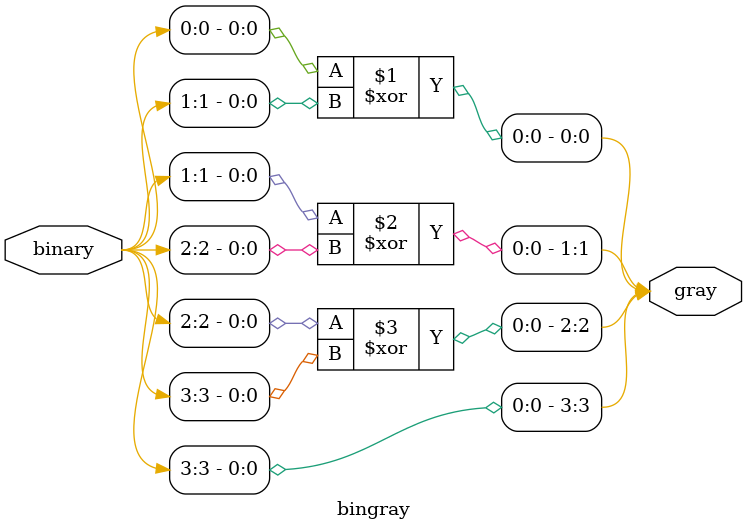
<source format=sv>
`timescale 1ns / 1ps

module bingray( input [3:0] binary,
                output [3:0] gray);

xor g1(gray[0], binary[0], binary[1]);
xor g2(gray[1], binary[1], binary[2]);
xor g3(gray[2], binary[2], binary[3]);
and g4(gray[3], binary[3], binary[3]);

endmodule
</source>
